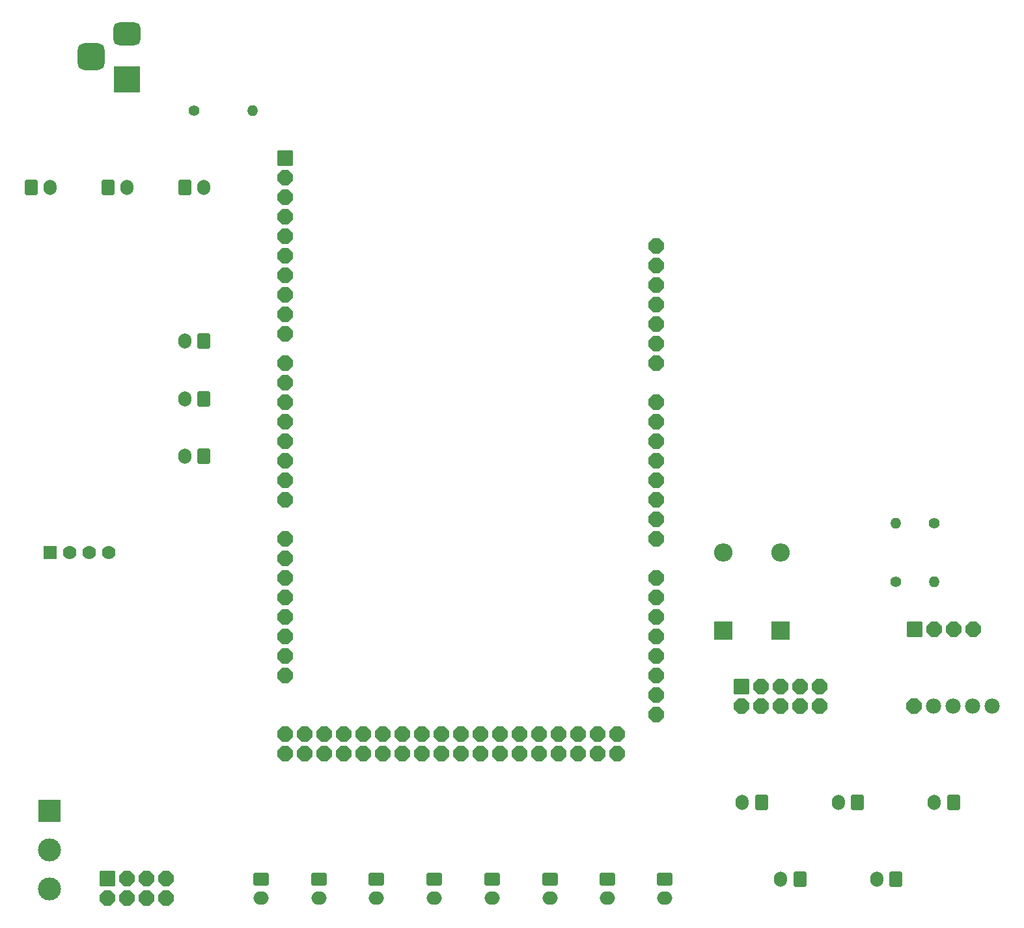
<source format=gbr>
%TF.GenerationSoftware,KiCad,Pcbnew,8.0.4*%
%TF.CreationDate,2024-09-07T12:51:51-06:00*%
%TF.ProjectId,main,6d61696e-2e6b-4696-9361-645f70636258,rev?*%
%TF.SameCoordinates,Original*%
%TF.FileFunction,Soldermask,Top*%
%TF.FilePolarity,Negative*%
%FSLAX46Y46*%
G04 Gerber Fmt 4.6, Leading zero omitted, Abs format (unit mm)*
G04 Created by KiCad (PCBNEW 8.0.4) date 2024-09-07 12:51:51*
%MOMM*%
%LPD*%
G01*
G04 APERTURE LIST*
G04 Aperture macros list*
%AMRoundRect*
0 Rectangle with rounded corners*
0 $1 Rounding radius*
0 $2 $3 $4 $5 $6 $7 $8 $9 X,Y pos of 4 corners*
0 Add a 4 corners polygon primitive as box body*
4,1,4,$2,$3,$4,$5,$6,$7,$8,$9,$2,$3,0*
0 Add four circle primitives for the rounded corners*
1,1,$1+$1,$2,$3*
1,1,$1+$1,$4,$5*
1,1,$1+$1,$6,$7*
1,1,$1+$1,$8,$9*
0 Add four rect primitives between the rounded corners*
20,1,$1+$1,$2,$3,$4,$5,0*
20,1,$1+$1,$4,$5,$6,$7,0*
20,1,$1+$1,$6,$7,$8,$9,0*
20,1,$1+$1,$8,$9,$2,$3,0*%
%AMFreePoly0*
4,1,25,0.427955,0.971196,0.440078,0.960842,0.960842,0.440078,0.989349,0.384130,0.990600,0.368236,0.990600,-0.368236,0.971196,-0.427955,0.960842,-0.440078,0.440078,-0.960842,0.384130,-0.989349,0.368236,-0.990600,-0.368236,-0.990600,-0.427955,-0.971196,-0.440078,-0.960842,-0.960842,-0.440078,-0.989349,-0.384130,-0.990600,-0.368236,-0.990600,0.368236,-0.971196,0.427955,-0.960842,0.440078,
-0.440078,0.960842,-0.384130,0.989349,-0.368236,0.990600,0.368236,0.990600,0.427955,0.971196,0.427955,0.971196,$1*%
G04 Aperture macros list end*
%ADD10RoundRect,0.101600X-0.889000X-0.889000X0.889000X-0.889000X0.889000X0.889000X-0.889000X0.889000X0*%
%ADD11FreePoly0,0.000000*%
%ADD12R,3.500000X3.500000*%
%ADD13RoundRect,0.750000X-1.000000X0.750000X-1.000000X-0.750000X1.000000X-0.750000X1.000000X0.750000X0*%
%ADD14RoundRect,0.875000X-0.875000X0.875000X-0.875000X-0.875000X0.875000X-0.875000X0.875000X0.875000X0*%
%ADD15C,1.400000*%
%ADD16O,1.400000X1.400000*%
%ADD17RoundRect,0.250000X-0.600000X-0.750000X0.600000X-0.750000X0.600000X0.750000X-0.600000X0.750000X0*%
%ADD18O,1.700000X2.000000*%
%ADD19RoundRect,0.250000X0.600000X0.750000X-0.600000X0.750000X-0.600000X-0.750000X0.600000X-0.750000X0*%
%ADD20R,1.778000X1.778000*%
%ADD21C,1.778000*%
%ADD22R,2.400000X2.400000*%
%ADD23O,2.400000X2.400000*%
%ADD24R,3.000000X3.000000*%
%ADD25C,3.000000*%
%ADD26FreePoly0,180.000000*%
%ADD27RoundRect,0.101600X0.889000X0.889000X-0.889000X0.889000X-0.889000X-0.889000X0.889000X-0.889000X0*%
%ADD28C,1.981200*%
%ADD29RoundRect,0.250000X-0.750000X0.600000X-0.750000X-0.600000X0.750000X-0.600000X0.750000X0.600000X0*%
%ADD30O,2.000000X1.700000*%
G04 APERTURE END LIST*
D10*
%TO.C,U$2*%
X184960000Y-125000000D03*
D11*
X187500000Y-125000000D03*
X190040000Y-125000000D03*
X192580000Y-125000000D03*
%TD*%
D12*
%TO.C,J1*%
X82500000Y-53500000D03*
D13*
X82500000Y-47500000D03*
D14*
X77800000Y-50500000D03*
%TD*%
D15*
%TO.C,R2*%
X182500000Y-118810000D03*
D16*
X182500000Y-111190000D03*
%TD*%
D17*
%TO.C,POWER_LED0*%
X90000000Y-67500000D03*
D18*
X92500000Y-67500000D03*
%TD*%
D19*
%TO.C,JACK_CON3*%
X177500000Y-147500000D03*
D18*
X175000000Y-147500000D03*
%TD*%
D19*
%TO.C,JACK_CON1*%
X165000000Y-147500000D03*
D18*
X162500000Y-147500000D03*
%TD*%
D20*
%TO.C,U1*%
X72460000Y-115000000D03*
D21*
X75000000Y-115000000D03*
X77540000Y-115000000D03*
X80080000Y-115000000D03*
%TD*%
D10*
%TO.C,U$3*%
X162380000Y-132460000D03*
D11*
X164920000Y-132460000D03*
X167460000Y-132460000D03*
X172540000Y-135000000D03*
X172540000Y-132460000D03*
X170000000Y-132460000D03*
X170000000Y-135000000D03*
X162380000Y-135000000D03*
X167460000Y-135000000D03*
X164920000Y-135000000D03*
%TD*%
D19*
%TO.C,SECTION_2_BUTTON0*%
X92500000Y-95000000D03*
D18*
X90000000Y-95000000D03*
%TD*%
D17*
%TO.C,RESET0*%
X80000000Y-67500000D03*
D18*
X82500000Y-67500000D03*
%TD*%
D17*
%TO.C,PWR_IN0*%
X70000000Y-67500000D03*
D18*
X72500000Y-67500000D03*
%TD*%
D22*
%TO.C,D2*%
X160000000Y-125160000D03*
D23*
X160000000Y-115000000D03*
%TD*%
D19*
%TO.C,JACK_CON5*%
X190000000Y-147500000D03*
D18*
X187500000Y-147500000D03*
%TD*%
D15*
%TO.C,R1*%
X91190000Y-57500000D03*
D16*
X98810000Y-57500000D03*
%TD*%
D10*
%TO.C,U$4*%
X79960000Y-157460000D03*
D11*
X82500000Y-157460000D03*
X85040000Y-157460000D03*
X87580000Y-157460000D03*
X79960000Y-160000000D03*
X82500000Y-160000000D03*
X85040000Y-160000000D03*
X87580000Y-160000000D03*
%TD*%
D24*
%TO.C,X1*%
X72390000Y-148590000D03*
D25*
X72390000Y-153670000D03*
X72390000Y-158750000D03*
%TD*%
D26*
%TO.C,U$1*%
X151328500Y-80210000D03*
X151328500Y-82750000D03*
X103068500Y-138630000D03*
X103068500Y-141170000D03*
X151328500Y-95450000D03*
X151328500Y-97990000D03*
X151328500Y-100530000D03*
X151328500Y-103070000D03*
X151328500Y-105610000D03*
X151328500Y-108150000D03*
X151328500Y-110690000D03*
X151328500Y-113230000D03*
X151328500Y-118310000D03*
X151328500Y-120850000D03*
X151328500Y-123390000D03*
X151328500Y-125930000D03*
X151328500Y-128470000D03*
X151328500Y-131010000D03*
X151328500Y-133550000D03*
X151328500Y-136090000D03*
X103068500Y-68780000D03*
X103068500Y-108150000D03*
X103068500Y-105610000D03*
X103068500Y-103070000D03*
X103068500Y-100530000D03*
X103068500Y-97990000D03*
X103068500Y-95450000D03*
X103068500Y-92910000D03*
X103068500Y-90370000D03*
X103068500Y-86560000D03*
X103068500Y-84020000D03*
X103068500Y-81480000D03*
X103068500Y-78940000D03*
X103068500Y-76400000D03*
X103068500Y-73860000D03*
X103068500Y-113230000D03*
X103068500Y-115770000D03*
X103068500Y-118310000D03*
X103068500Y-120850000D03*
X103068500Y-123390000D03*
X103068500Y-125930000D03*
X103068500Y-128470000D03*
X103068500Y-131010000D03*
X105608500Y-138630000D03*
X105608500Y-141170000D03*
X108148500Y-138630000D03*
X108148500Y-141170000D03*
X110688500Y-138630000D03*
X110688500Y-141170000D03*
X113228500Y-138630000D03*
X113228500Y-141170000D03*
X115768500Y-138630000D03*
X115768500Y-141170000D03*
X118308500Y-138630000D03*
X118308500Y-141170000D03*
X120848500Y-138630000D03*
X120848500Y-141170000D03*
X123388500Y-138630000D03*
X123388500Y-141170000D03*
X125928500Y-138630000D03*
X125928500Y-141170000D03*
X128468500Y-138630000D03*
X128468500Y-141170000D03*
X131008500Y-138630000D03*
X131008500Y-141170000D03*
X133548500Y-138630000D03*
X133548500Y-141170000D03*
X136088500Y-138630000D03*
X136088500Y-141170000D03*
X138628500Y-138630000D03*
X138628500Y-141170000D03*
X141168500Y-138630000D03*
X141168500Y-141170000D03*
X143708500Y-138630000D03*
X143708500Y-141170000D03*
X103068500Y-71320000D03*
X151328500Y-87830000D03*
X151328500Y-85290000D03*
X146248500Y-138630000D03*
X146248500Y-141170000D03*
X151328500Y-75130000D03*
X151328500Y-77670000D03*
D27*
X103068500Y-63700000D03*
D26*
X103068500Y-66240000D03*
X151328500Y-90370000D03*
%TD*%
D19*
%TO.C,JACK_CON2*%
X170000000Y-157500000D03*
D18*
X167500000Y-157500000D03*
%TD*%
D19*
%TO.C,SECTION_1_BUTTON0*%
X92500000Y-102500000D03*
D18*
X90000000Y-102500000D03*
%TD*%
D19*
%TO.C,JACK_CON4*%
X182500000Y-157500000D03*
D18*
X180000000Y-157500000D03*
%TD*%
D15*
%TO.C,R3*%
X187500000Y-111190000D03*
D16*
X187500000Y-118810000D03*
%TD*%
D28*
%TO.C,U$5*%
X192500000Y-135000000D03*
D11*
X184880000Y-135000000D03*
D28*
X187420000Y-135000000D03*
X195040000Y-135000000D03*
X189960000Y-135000000D03*
%TD*%
D19*
%TO.C,SECTION_3_BUTTON0*%
X92500000Y-87500000D03*
D18*
X90000000Y-87500000D03*
%TD*%
D22*
%TO.C,D1*%
X167500000Y-125160000D03*
D23*
X167500000Y-115000000D03*
%TD*%
D29*
%TO.C,SW1*%
X99950000Y-157500000D03*
D30*
X99950000Y-160000000D03*
%TD*%
D29*
%TO.C,SW3*%
X114950000Y-157500000D03*
D30*
X114950000Y-160000000D03*
%TD*%
D29*
%TO.C,SW5*%
X129950000Y-157500000D03*
D30*
X129950000Y-160000000D03*
%TD*%
D29*
%TO.C,SW6*%
X137500000Y-157500000D03*
D30*
X137500000Y-160000000D03*
%TD*%
D29*
%TO.C,SW7*%
X144950000Y-157500000D03*
D30*
X144950000Y-160000000D03*
%TD*%
D29*
%TO.C,SW2*%
X107450000Y-157500000D03*
D30*
X107450000Y-160000000D03*
%TD*%
D29*
%TO.C,SW8*%
X152450000Y-157500000D03*
D30*
X152450000Y-160000000D03*
%TD*%
D29*
%TO.C,SW4*%
X122450000Y-157500000D03*
D30*
X122450000Y-160000000D03*
%TD*%
M02*

</source>
